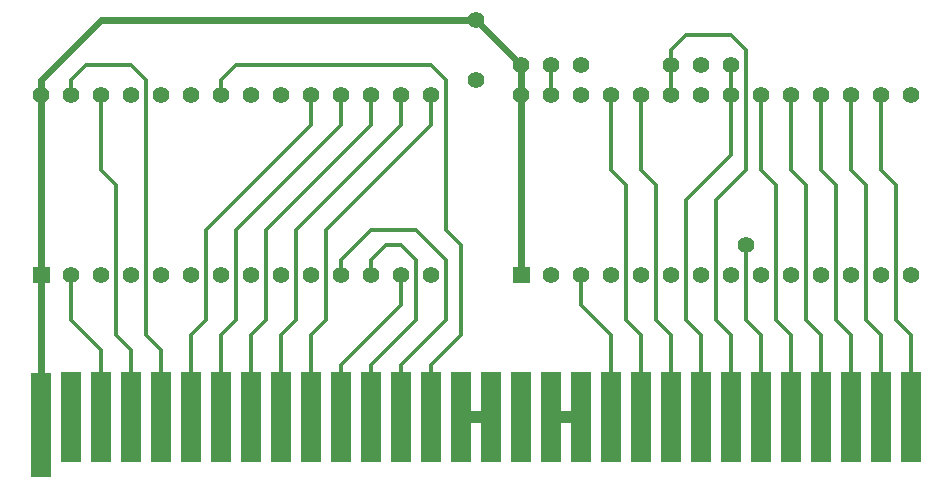
<source format=gbr>
%FSLAX34Y34*%
%MOMM*%
%LNCOPPER_BOTTOM*%
G71*
G01*
%ADD10R,1.800X8.890*%
%ADD11R,1.800X7.620*%
%ADD12C,1.400*%
%ADD13C,0.300*%
%ADD14C,0.600*%
%ADD15C,1.000*%
%LPD*%
X133350Y50800D02*
G54D10*
D03*
X158750Y57150D02*
G54D11*
D03*
X184150Y57150D02*
G54D11*
D03*
X209550Y57150D02*
G54D11*
D03*
X234950Y57150D02*
G54D11*
D03*
X260350Y57150D02*
G54D11*
D03*
X285750Y57150D02*
G54D11*
D03*
X311150Y57150D02*
G54D11*
D03*
X336550Y57150D02*
G54D11*
D03*
X361950Y57150D02*
G54D11*
D03*
X387350Y57150D02*
G54D11*
D03*
X412750Y57150D02*
G54D11*
D03*
X438150Y57150D02*
G54D11*
D03*
X463550Y57150D02*
G54D11*
D03*
X488950Y57150D02*
G54D11*
D03*
X514350Y57150D02*
G54D11*
D03*
X539750Y57150D02*
G54D11*
D03*
X565150Y57150D02*
G54D11*
D03*
X590550Y57150D02*
G54D11*
D03*
X615950Y57150D02*
G54D11*
D03*
X641350Y57150D02*
G54D11*
D03*
X666750Y57150D02*
G54D11*
D03*
X692150Y57150D02*
G54D11*
D03*
X717550Y57150D02*
G54D11*
D03*
X742950Y57150D02*
G54D11*
D03*
X768350Y57150D02*
G54D11*
D03*
X793750Y57150D02*
G54D11*
D03*
X819150Y57150D02*
G54D11*
D03*
X844550Y57150D02*
G54D11*
D03*
X869950Y57150D02*
G54D11*
D03*
G36*
X126350Y184800D02*
X140350Y184800D01*
X140350Y170800D01*
X126350Y170800D01*
X126350Y184800D01*
G37*
X158750Y177800D02*
G54D12*
D03*
X184150Y177800D02*
G54D12*
D03*
X209550Y177800D02*
G54D12*
D03*
X234950Y177800D02*
G54D12*
D03*
X260350Y177800D02*
G54D12*
D03*
X285750Y177800D02*
G54D12*
D03*
X311150Y177800D02*
G54D12*
D03*
X336550Y177800D02*
G54D12*
D03*
X361950Y177800D02*
G54D12*
D03*
X387350Y177800D02*
G54D12*
D03*
X412750Y177800D02*
G54D12*
D03*
X438150Y177800D02*
G54D12*
D03*
X463550Y177800D02*
G54D12*
D03*
X463550Y330200D02*
G54D12*
D03*
X438150Y330200D02*
G54D12*
D03*
X412750Y330200D02*
G54D12*
D03*
X387350Y330200D02*
G54D12*
D03*
X361950Y330200D02*
G54D12*
D03*
X336550Y330200D02*
G54D12*
D03*
X311150Y330200D02*
G54D12*
D03*
X285750Y330200D02*
G54D12*
D03*
X260350Y330200D02*
G54D12*
D03*
X234950Y330200D02*
G54D12*
D03*
X209550Y330200D02*
G54D12*
D03*
X184150Y330200D02*
G54D12*
D03*
X158750Y330200D02*
G54D12*
D03*
X133350Y330200D02*
G54D12*
D03*
G36*
X532750Y184800D02*
X546750Y184800D01*
X546750Y170800D01*
X532750Y170800D01*
X532750Y184800D01*
G37*
X565150Y177800D02*
G54D12*
D03*
X590550Y177800D02*
G54D12*
D03*
X615950Y177800D02*
G54D12*
D03*
X641350Y177800D02*
G54D12*
D03*
X666750Y177800D02*
G54D12*
D03*
X692150Y177800D02*
G54D12*
D03*
X717550Y177800D02*
G54D12*
D03*
X742950Y177800D02*
G54D12*
D03*
X768350Y177800D02*
G54D12*
D03*
X793750Y177800D02*
G54D12*
D03*
X819150Y177800D02*
G54D12*
D03*
X844550Y177800D02*
G54D12*
D03*
X869950Y177800D02*
G54D12*
D03*
X869950Y330200D02*
G54D12*
D03*
X844550Y330200D02*
G54D12*
D03*
X819150Y330200D02*
G54D12*
D03*
X793750Y330200D02*
G54D12*
D03*
X768350Y330200D02*
G54D12*
D03*
X742950Y330200D02*
G54D12*
D03*
X717550Y330200D02*
G54D12*
D03*
X692150Y330200D02*
G54D12*
D03*
X666750Y330200D02*
G54D12*
D03*
X641350Y330200D02*
G54D12*
D03*
X615950Y330200D02*
G54D12*
D03*
X590550Y330200D02*
G54D12*
D03*
X565150Y330200D02*
G54D12*
D03*
X539750Y330200D02*
G54D12*
D03*
G54D13*
X260350Y57150D02*
X260350Y127000D01*
X273050Y139700D01*
X273050Y215900D01*
X361950Y304800D01*
X361950Y330200D01*
G54D13*
X285750Y57150D02*
X285750Y127000D01*
X298450Y139700D01*
X298450Y215900D01*
X387350Y304800D01*
X387350Y330200D01*
G54D13*
X311150Y57150D02*
X311150Y127000D01*
X323850Y139700D01*
X323850Y215900D01*
X412750Y304800D01*
X412750Y330200D01*
G54D13*
X387350Y57150D02*
X387350Y101600D01*
X438150Y152400D01*
X438150Y177800D01*
G54D13*
X412750Y177800D02*
X412750Y190500D01*
X425450Y203200D01*
X438150Y203200D01*
X450850Y190500D01*
X450850Y139700D01*
X412750Y101600D01*
X412750Y57150D01*
G54D13*
X438150Y57150D02*
X438150Y101600D01*
X476250Y139700D01*
X476250Y190500D01*
X450850Y215900D01*
X412750Y215900D01*
X387350Y190500D01*
X387350Y177800D01*
G54D14*
X133350Y50800D02*
X133350Y177800D01*
X133350Y330200D01*
X133350Y342900D01*
X184150Y393700D01*
X501650Y393700D01*
X539750Y355600D01*
X539750Y330200D01*
X539750Y177800D01*
G54D13*
X209550Y57150D02*
X209550Y114300D01*
X196850Y127000D01*
X196850Y254000D01*
X184150Y266700D01*
X184150Y330200D01*
G54D13*
X184150Y57150D02*
X184150Y114300D01*
X158750Y139700D01*
X158750Y177800D01*
G54D13*
X234950Y57150D02*
X234950Y114300D01*
X222250Y127000D01*
X222250Y342900D01*
X209550Y355600D01*
X171450Y355600D01*
X158750Y342900D01*
X158750Y330200D01*
G54D13*
X463550Y57150D02*
X463550Y101600D01*
X488950Y127000D01*
X488950Y203200D01*
X476250Y215900D01*
X476250Y342900D01*
X463550Y355600D01*
X298450Y355600D01*
X285750Y342900D01*
X285750Y330200D01*
G54D13*
X336550Y57150D02*
X336550Y127000D01*
X349250Y139700D01*
X349250Y215900D01*
X438150Y304800D01*
X438150Y330200D01*
G54D13*
X361950Y57150D02*
X361950Y127000D01*
X374650Y139700D01*
X374650Y215900D01*
X463550Y304800D01*
X463550Y330200D01*
G54D13*
X615950Y57150D02*
X615950Y127000D01*
X590550Y152400D01*
X590550Y177800D01*
G54D13*
X869950Y57150D02*
X869950Y127000D01*
X857250Y139700D01*
X857250Y254000D01*
X844550Y266700D01*
X844550Y330200D01*
G54D13*
X844550Y57150D02*
X844550Y127000D01*
X831850Y139700D01*
X831850Y254000D01*
X819150Y266700D01*
X819150Y330200D01*
G54D13*
X819150Y57150D02*
X819150Y127000D01*
X806450Y139700D01*
X806450Y254000D01*
X793750Y266700D01*
X793750Y330200D01*
G54D13*
X793750Y57150D02*
X793750Y127000D01*
X781050Y139700D01*
X781050Y254000D01*
X768350Y266700D01*
X768350Y330200D01*
G54D13*
X768350Y57150D02*
X768350Y127000D01*
X755650Y139700D01*
X755650Y254000D01*
X742950Y266700D01*
X742950Y330200D01*
G54D13*
X742950Y57150D02*
X742950Y127000D01*
X730250Y139700D01*
X730250Y203200D01*
G54D13*
X717550Y57150D02*
X717550Y127000D01*
X704850Y139700D01*
X704850Y241300D01*
X730250Y266700D01*
X730250Y368300D01*
X717550Y381000D01*
X679450Y381000D01*
X666750Y368300D01*
X666750Y355600D01*
G54D13*
X692150Y57150D02*
X692150Y127000D01*
X679450Y139700D01*
X679450Y241300D01*
X717550Y279400D01*
X717550Y330200D01*
G54D13*
X666750Y57150D02*
X666750Y127000D01*
X654050Y139700D01*
X654050Y254000D01*
X641350Y266700D01*
X641350Y330200D01*
G54D13*
X641350Y57150D02*
X641350Y127000D01*
X628650Y139700D01*
X628650Y254000D01*
X615950Y266700D01*
X615950Y330200D01*
X666750Y355600D02*
G54D12*
D03*
X692150Y355600D02*
G54D12*
D03*
X717550Y355600D02*
G54D12*
D03*
G54D13*
X666750Y355600D02*
X666750Y330200D01*
G54D13*
X717550Y355600D02*
X717550Y330200D01*
X539750Y355600D02*
G54D12*
D03*
X565150Y355600D02*
G54D12*
D03*
X590550Y355600D02*
G54D12*
D03*
G54D13*
X565150Y330200D02*
X565150Y355600D01*
X730250Y203200D02*
G54D12*
D03*
G54D15*
X565150Y57150D02*
X590550Y57150D01*
G54D15*
X488950Y57150D02*
X514350Y57150D01*
X501650Y393700D02*
G54D12*
D03*
X501650Y342900D02*
G54D12*
D03*
M02*

</source>
